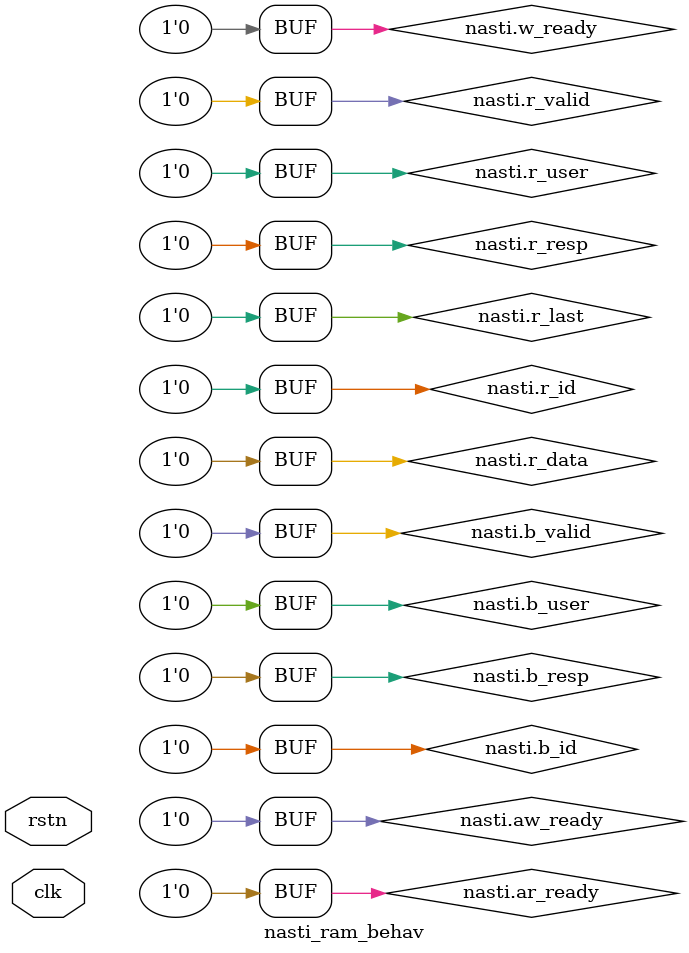
<source format=sv>

module nasti_ram_behav
  #(
    ID_WIDTH = 1,
    ADDR_WIDTH = 16,
    DATA_WIDTH = 128,
    USER_WIDTH = 1
    )
   (
    input clk, rstn,
    nasti_channel.slave nasti
    );

   assign nasti.ar_ready = 0;

   assign nasti.aw_ready = 1'b0;
   assign nasti.w_ready = 1'b0;

   assign nasti.b_valid = nasti.w_valid && nasti.w_ready;

   assign nasti.b_id = 0;
   assign nasti.b_resp = 0;
   assign nasti.b_user = 0;

   assign nasti.r_id = 0;
   assign nasti.r_data = 0;
   assign nasti.r_resp = 0;
   assign nasti.r_last = 0;
   assign nasti.r_user = 0;
   assign nasti.r_valid = 0;   

   task memory_load_mem;

      input [127:0] memfile;

      begin
      end

   endtask; //
   
endmodule // nasti_ram_behav

</source>
